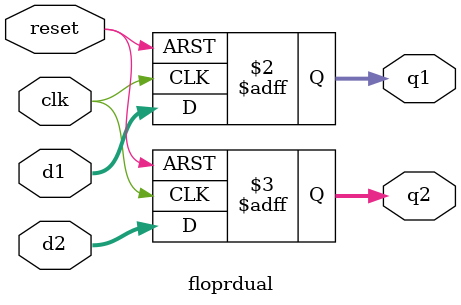
<source format=v>
`timescale 1ns / 1ps

    
module floprdual ( 
    clk, 
    reset, 
    d1, 
    d2, 
    q1, 
    q2 
);
    parameter WIDTH = 8;
    
    input wire clk;
    input wire reset;
    input wire [WIDTH - 1:0] d1;
    input wire [WIDTH - 1:0] d2;
    output reg [WIDTH - 1:0] q1;
    output reg [WIDTH - 1:0] q2;
    
    always @(posedge clk or posedge reset) begin
        if (reset) begin
            q1 <= 0;
            q2 <= 0;
        end else begin
            q1 <= d1;
            q2 <= d2;
        end
    end
    
endmodule
</source>
